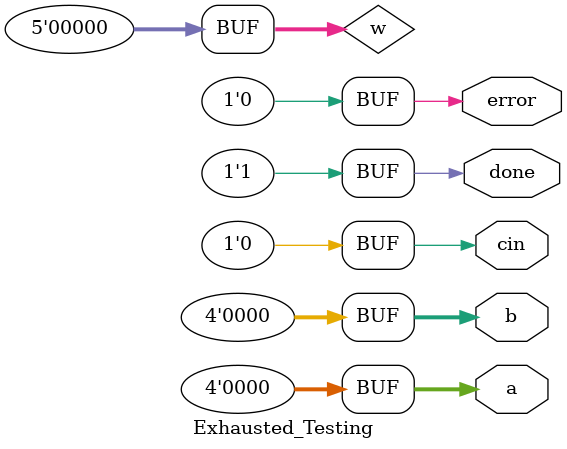
<source format=v>
`timescale 1ns/1ps

module Exhausted_Testing(a, b, cin, error, done);
output [4-1:0] a, b;
output cin;
output error;
output done;

// input signal to the test instance.
reg [4-1:0] a = 4'b0000;
reg [4-1:0] b = 4'b0000;
reg cin = 1'b0;

// initial value for the done and error indicator: not done, no error
reg done = 1'b0;
reg error = 1'b0;


// output from the test instance.
wire [4-1:0] sum;
wire cout;

reg [4:0] w = 5'b0 ;

// instantiate the test instance.
Ripple_Carry_Adder rca(
    .a (a), 
    .b (b), 
    .cin (cin),
    .cout (cout),
    .sum (sum)
);

initial begin
    // design you test pattern here.
    // Remember to set the input pattern to the test instance every 5 nanasecond
    // Check the output and set the `error` signal accordingly 1 nanosecond after new input is set.
    // Also set the done signal to 1'b1 5 nanoseconds after the test is finished.
    // Example:
    // setting the input
    // a = 4'b0000;
    // b = 4'b0000;
    // cin = 1'b0;
    // check the output
    // #1
    // check_output;
    // #4
    // setting another input
    // a = 4'b0001;
    // b = 4'b0000;
    // cin = 1'b0;
    //.....
    // #4
    // The last input pattern
    // a = 4'b1111;
    // b = 4'b1111;
    // cin = 1'b1;
    // #1
    // check_output;
    // #4
    // setting the done signal
    // done = 1'b1;
    repeat(2**9) begin 
        #4
        {a, b, cin} = {a, b, cin} + 9'b1;
        w = a + b + cin;
        #1
        if(w != {cout, sum}) error = 1'b1;
        else error = 1'b0;
    end
    #4
    done = 1'b1;
end

endmodule

</source>
